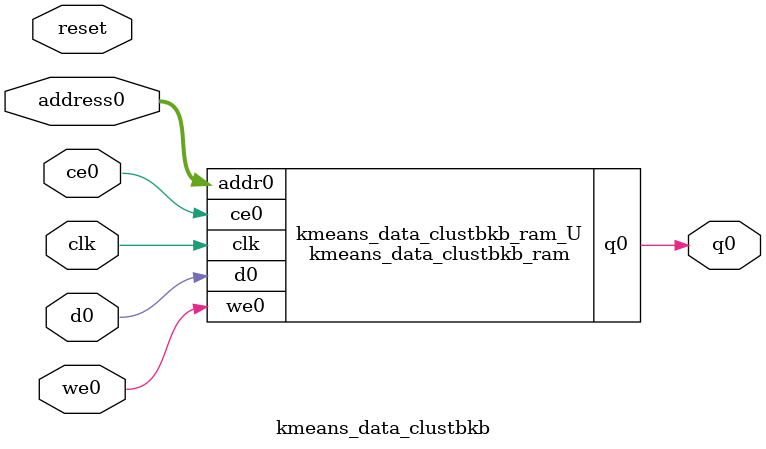
<source format=v>
`timescale 1 ns / 1 ps
module kmeans_data_clustbkb_ram (addr0, ce0, d0, we0, q0,  clk);

parameter DWIDTH = 1;
parameter AWIDTH = 6;
parameter MEM_SIZE = 50;

input[AWIDTH-1:0] addr0;
input ce0;
input[DWIDTH-1:0] d0;
input we0;
output reg[DWIDTH-1:0] q0;
input clk;

(* ram_style = "distributed" *)reg [DWIDTH-1:0] ram[0:MEM_SIZE-1];




always @(posedge clk)  
begin 
    if (ce0) begin
        if (we0) 
            ram[addr0] <= d0; 
        q0 <= ram[addr0];
    end
end


endmodule

`timescale 1 ns / 1 ps
module kmeans_data_clustbkb(
    reset,
    clk,
    address0,
    ce0,
    we0,
    d0,
    q0);

parameter DataWidth = 32'd1;
parameter AddressRange = 32'd50;
parameter AddressWidth = 32'd6;
input reset;
input clk;
input[AddressWidth - 1:0] address0;
input ce0;
input we0;
input[DataWidth - 1:0] d0;
output[DataWidth - 1:0] q0;



kmeans_data_clustbkb_ram kmeans_data_clustbkb_ram_U(
    .clk( clk ),
    .addr0( address0 ),
    .ce0( ce0 ),
    .we0( we0 ),
    .d0( d0 ),
    .q0( q0 ));

endmodule


</source>
